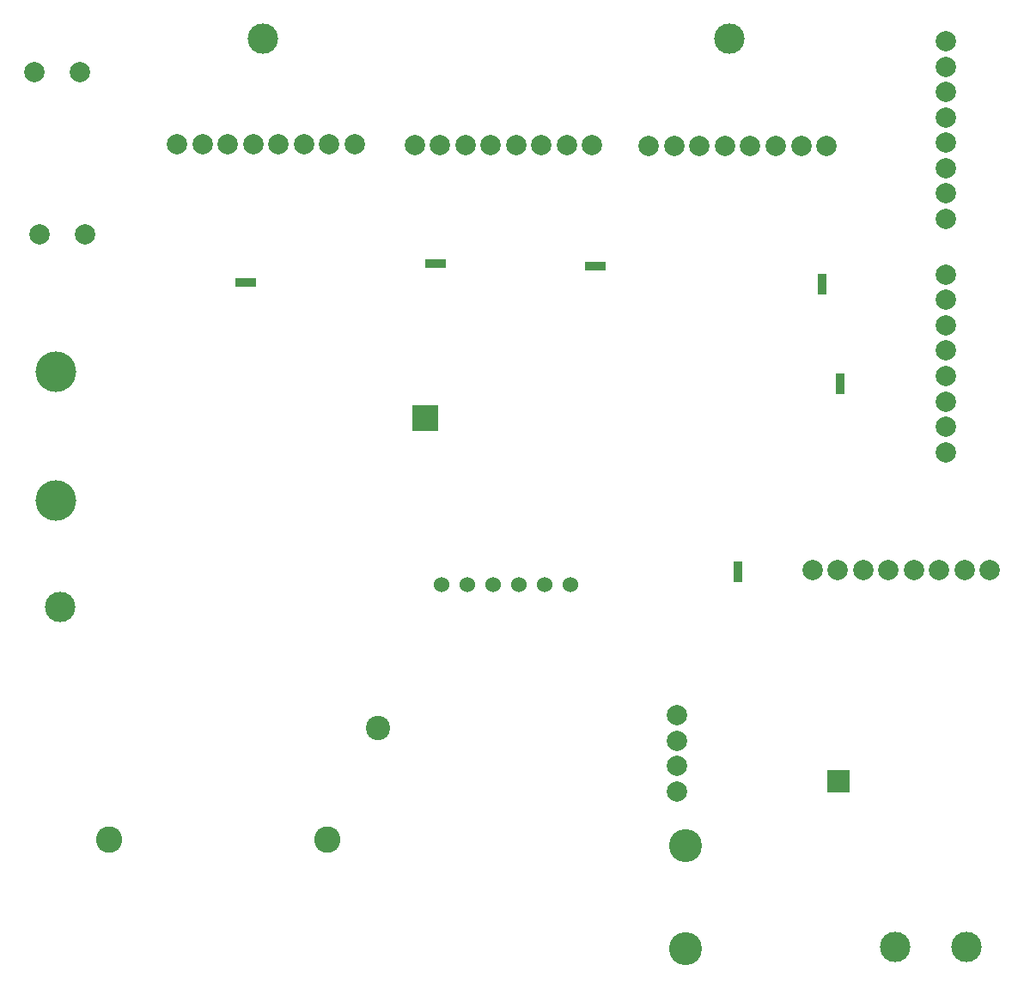
<source format=gbs>
G04 (created by PCBNEW (2013-08-24 BZR 4298)-stable) date Sat 23 Aug 2014 12:00:54 PM PDT*
%MOIN*%
G04 Gerber Fmt 3.4, Leading zero omitted, Abs format*
%FSLAX34Y34*%
G01*
G70*
G90*
G04 APERTURE LIST*
%ADD10C,0.005906*%
%ADD11C,0.157480*%
%ADD12C,0.078700*%
%ADD13R,0.098400X0.098400*%
%ADD14C,0.118110*%
%ADD15C,0.078740*%
%ADD16C,0.060000*%
%ADD17C,0.011811*%
%ADD18R,0.078740X0.035433*%
%ADD19R,0.035433X0.078740*%
%ADD20C,0.094488*%
%ADD21C,0.127953*%
%ADD22R,0.090551X0.090551*%
%ADD23C,0.102362*%
G04 APERTURE END LIST*
G54D10*
G54D11*
X35681Y-38389D03*
X35681Y-33389D03*
G54D12*
X36811Y-28070D03*
X35039Y-28070D03*
X36614Y-21771D03*
X34842Y-21771D03*
G54D13*
X50003Y-35208D03*
G54D14*
X61811Y-20472D03*
X43700Y-20472D03*
X35826Y-42519D03*
G54D15*
X44311Y-24566D03*
X45295Y-24566D03*
X41358Y-24566D03*
X40374Y-24566D03*
X42342Y-24566D03*
X43326Y-24566D03*
X47263Y-24566D03*
X46279Y-24566D03*
X67972Y-41102D03*
X66988Y-41102D03*
X70925Y-41102D03*
X71909Y-41102D03*
X69940Y-41102D03*
X68956Y-41102D03*
X65019Y-41102D03*
X66003Y-41102D03*
X70196Y-33562D03*
X70196Y-34547D03*
X70196Y-30610D03*
X70196Y-29625D03*
X70196Y-31594D03*
X70196Y-32578D03*
X70196Y-36515D03*
X70196Y-35531D03*
X70196Y-24507D03*
X70196Y-25492D03*
X70196Y-21555D03*
X70196Y-20570D03*
X70196Y-22539D03*
X70196Y-23523D03*
X70196Y-27460D03*
X70196Y-26476D03*
X53523Y-24606D03*
X54507Y-24606D03*
X50570Y-24606D03*
X49586Y-24606D03*
X51555Y-24606D03*
X52539Y-24606D03*
X56476Y-24606D03*
X55492Y-24606D03*
X62618Y-24645D03*
X63602Y-24645D03*
X59665Y-24645D03*
X58681Y-24645D03*
X60649Y-24645D03*
X61633Y-24645D03*
X65570Y-24645D03*
X64586Y-24645D03*
G54D16*
X54641Y-41657D03*
X55641Y-41659D03*
X50649Y-41657D03*
X51649Y-41659D03*
X53645Y-41659D03*
X52645Y-41657D03*
G54D17*
X43031Y-29921D03*
G54D18*
X43031Y-29921D03*
G54D17*
X42755Y-29921D03*
X43307Y-29921D03*
X56594Y-29291D03*
G54D18*
X56594Y-29291D03*
G54D17*
X56318Y-29291D03*
X56870Y-29291D03*
X66102Y-33858D03*
G54D19*
X66102Y-33858D03*
G54D17*
X66102Y-33582D03*
X66102Y-34133D03*
X65413Y-29980D03*
G54D19*
X65413Y-29980D03*
G54D17*
X65413Y-29704D03*
X65413Y-30255D03*
X62129Y-41169D03*
G54D19*
X62129Y-41169D03*
G54D17*
X62129Y-40893D03*
X62129Y-41444D03*
X50393Y-29212D03*
G54D18*
X50393Y-29212D03*
G54D17*
X50118Y-29212D03*
X50669Y-29212D03*
G54D20*
X48179Y-47214D03*
G54D14*
X70994Y-55728D03*
X68238Y-55728D03*
G54D21*
X60118Y-55809D03*
X60118Y-51809D03*
G54D22*
X66023Y-49281D03*
G54D15*
X59773Y-47716D03*
X59773Y-46732D03*
X59773Y-49685D03*
X59773Y-48700D03*
G54D23*
X46200Y-51574D03*
X37736Y-51574D03*
M02*

</source>
